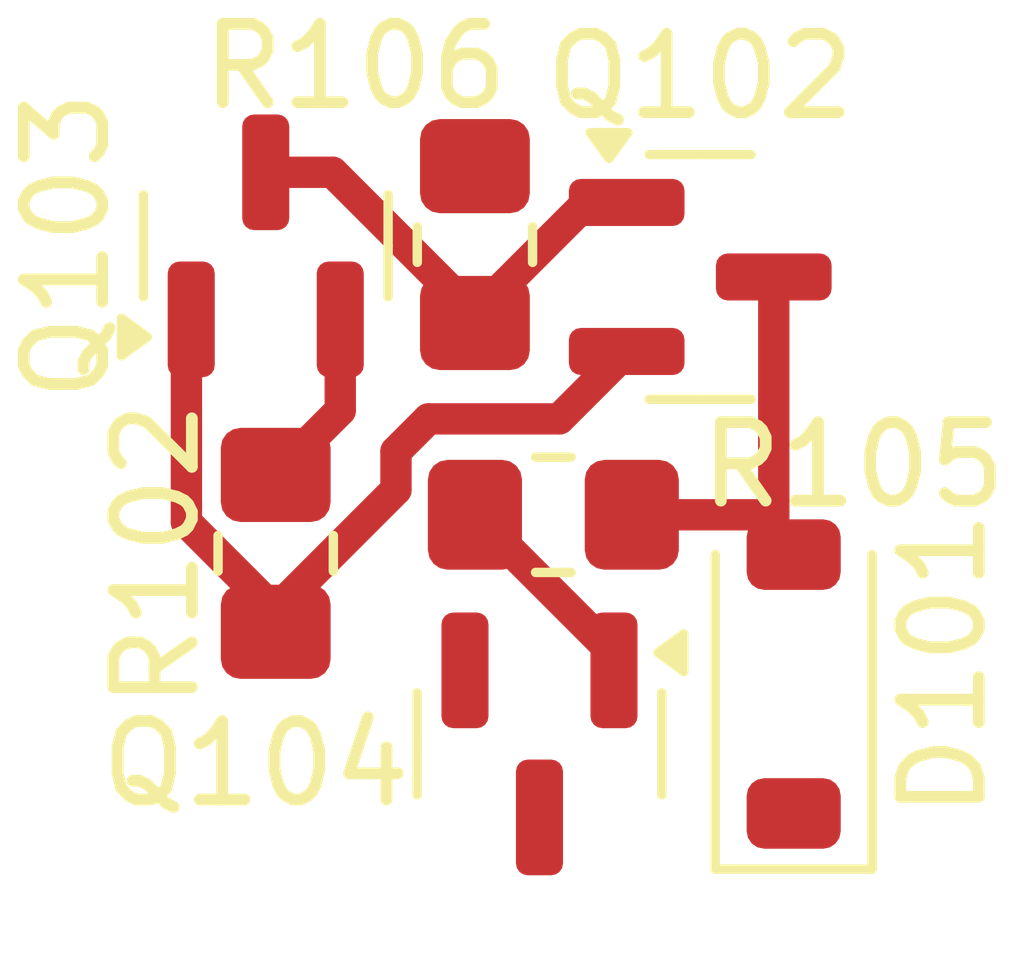
<source format=kicad_pcb>
(kicad_pcb (version 20240108) (generator "pcbnew") (generator_version "8.0")
  (layers (0 "F.Cu" signal) (31 "B.Cu" signal) (34 "B.Paste" user) (35 "F.Paste" user) (36 "B.SilkS" user "B.Silkscreen") (37 "F.SilkS" user "F.Silkscreen") (38 "B.Mask" user) (39 "F.Mask" user) (44 "Edge.Cuts" user))
  (net 0 "")
  (net 1 "/RC_CURR")
  (net 2 "/RC_SIGNAL")
  (net 3 "/_TST_RC_ON_OFF")
  (net 4 "/DCC1")
  (net 5 "/DCC0")
  (net 6 "/RAILCOM_DATA")
  (net 7 "/RC_DATA_IN")
  (net 8 "/+3V3")
  (net 9 "/GND")
  (footprint "Resistor_SMD:R_0805_2012Metric_Pad1.20x1.40mm_HandSolder" (layer "F.Cu") (at 147.955 64.5 90)
    (property "Reference" "R102" (at -0.016 -1.524 90) (layer "F.SilkS"))
    (property "Value" "20R")
    (fp_line (start -0.227064 -0.735) (end 0.227064 -0.735) (stroke (width 0.12)) (layer "F.SilkS"))
    (fp_line (start -0.227064 0.735) (end 0.227064 0.735) (stroke (width 0.12)) (layer "F.SilkS"))
    (pad "1" smd roundrect (at -1 0 90) (size 1.2 1.4) (layers "F.Cu" "F.Paste" "F.Mask") (roundrect_rratio 0.208333) (net 1 "/RC_CURR"))
    (pad "2" smd roundrect (at 1 0 90) (size 1.2 1.4) (layers "F.Cu" "F.Paste" "F.Mask") (roundrect_rratio 0.208333) (net 8 "/+3V3"))
  )
  (footprint "xDuinoRail:8x50_SOT-23" (layer "F.Cu") (at 147.828 60.579 90)
    (property "Reference" "Q103" (at 0 -2.54 90) (layer "F.SilkS"))
    (property "Value" "S8550")
    (fp_line (start 0 -1.56) (end 0.65 -1.56) (stroke (width 0.12)) (layer "F.SilkS"))
    (fp_line (start 0 -1.56) (end -0.65 -1.56) (stroke (width 0.12)) (layer "F.SilkS"))
    (fp_line (start 0 1.56) (end 0.65 1.56) (stroke (width 0.12)) (layer "F.SilkS"))
    (fp_line (start 0 1.56) (end -0.65 1.56) (stroke (width 0.12)) (layer "F.SilkS"))
    (fp_poly (pts (xy -1.1625 -1.51) (xy -1.4025 -1.84) (xy -0.9225 -1.84) (xy -1.1625 -1.51)) (stroke (width 0.12)) (fill solid) (layer "F.SilkS"))
    (pad "1" smd roundrect (at -0.9375 0.95 90) (size 1.475 0.6) (layers "F.Cu" "F.Paste" "F.Mask") (net 8 "/+3V3"))
    (pad "2" smd roundrect (at -0.9375 -0.95 90) (size 1.475 0.6) (layers "F.Cu" "F.Paste" "F.Mask") (net 1 "/RC_CURR"))
    (pad "3" smd roundrect (at 0.9375 0 90) (size 1.475 0.6) (layers "F.Cu" "F.Paste" "F.Mask") (net 7 "/RC_DATA_IN"))
  )
  (footprint "xDuinoRail:8x50_SOT-23" (layer "F.Cu") (at 153.3675 60.976)
    (property "Reference" "Q102" (at 0 -2.556 0) (layer "F.SilkS"))
    (property "Value" "S8550")
    (fp_line (start 0 -1.56) (end -0.65 -1.56) (stroke (width 0.12)) (layer "F.SilkS"))
    (fp_line (start 0 -1.56) (end 0.65 -1.56) (stroke (width 0.12)) (layer "F.SilkS"))
    (fp_line (start 0 1.56) (end -0.65 1.56) (stroke (width 0.12)) (layer "F.SilkS"))
    (fp_line (start 0 1.56) (end 0.65 1.56) (stroke (width 0.12)) (layer "F.SilkS"))
    (fp_poly (pts (xy -1.1625 -1.51) (xy -1.4025 -1.84) (xy -0.9225 -1.84) (xy -1.1625 -1.51)) (stroke (width 0.12)) (fill solid) (layer "F.SilkS"))
    (pad "1" smd roundrect (at -0.9375 0.95) (size 1.475 0.6) (layers "F.Cu" "F.Paste" "F.Mask") (net 1 "/RC_CURR"))
    (pad "2" smd roundrect (at -0.9375 -0.95) (size 1.475 0.6) (layers "F.Cu" "F.Paste" "F.Mask") (net 7 "/RC_DATA_IN"))
    (pad "3" smd roundrect (at 0.9375 0) (size 1.475 0.6) (layers "F.Cu" "F.Paste" "F.Mask") (net 2 "/RC_SIGNAL"))
  )
  (footprint "Resistor_SMD:R_0805_2012Metric_Pad1.20x1.40mm_HandSolder" (layer "F.Cu") (at 151.495 64.008 180)
    (property "Reference" "R105" (at -3.826 0.635 0) (layer "F.SilkS"))
    (property "Value" "10k")
    (fp_line (start -0.227064 0.735) (end 0.227064 0.735) (stroke (width 0.12)) (layer "F.SilkS"))
    (fp_line (start -0.227064 -0.735) (end 0.227064 -0.735) (stroke (width 0.12)) (layer "F.SilkS"))
    (pad "1" smd roundrect (at -1 0 180) (size 1.2 1.4) (layers "F.Cu" "F.Paste" "F.Mask") (roundrect_rratio 0.208333) (net 2 "/RC_SIGNAL"))
    (pad "2" smd roundrect (at 1 0 180) (size 1.2 1.4) (layers "F.Cu" "F.Paste" "F.Mask") (roundrect_rratio 0.208333) (net 3 "/_TST_RC_ON_OFF"))
  )
  (footprint "Resistor_SMD:R_0805_2012Metric_Pad1.20x1.40mm_HandSolder" (layer "F.Cu") (at 150.495 60.563 90)
    (property "Reference" "R106" (at 2.27 -1.524 0) (layer "F.SilkS"))
    (property "Value" "10k")
    (fp_line (start -0.227064 -0.735) (end 0.227064 -0.735) (stroke (width 0.12)) (layer "F.SilkS"))
    (fp_line (start -0.227064 0.735) (end 0.227064 0.735) (stroke (width 0.12)) (layer "F.SilkS"))
    (pad "1" smd roundrect (at -1 0 90) (size 1.2 1.4) (layers "F.Cu" "F.Paste" "F.Mask") (roundrect_rratio 0.208333) (net 7 "/RC_DATA_IN"))
    (pad "2" smd roundrect (at 1 0 90) (size 1.2 1.4) (layers "F.Cu" "F.Paste" "F.Mask") (roundrect_rratio 0.208333) (net 6 "/RAILCOM_DATA"))
  )
  (footprint "Diode_SMD:D_SOD-123" (layer "F.Cu") (at 154.559 66.166 90)
    (property "Reference" "D101" (at 0.253 1.905 90) (layer "F.SilkS"))
    (property "Value" "1N5819W")
    (fp_line (start -2.36 -1) (end 1.65 -1) (stroke (width 0.12)) (layer "F.SilkS"))
    (fp_line (start -2.36 -1) (end -2.36 1) (stroke (width 0.12)) (layer "F.SilkS"))
    (fp_line (start -2.36 1) (end 1.65 1) (stroke (width 0.12)) (layer "F.SilkS"))
    (pad "1" smd roundrect (at -1.65 0 90) (size 0.9 1.2) (layers "F.Cu" "F.Paste" "F.Mask") (net 5 "/DCC0"))
    (pad "2" smd roundrect (at 1.65 0 90) (size 0.9 1.2) (layers "F.Cu" "F.Paste" "F.Mask") (net 2 "/RC_SIGNAL"))
  )
  (footprint "xDuinoRail:8x50_SOT-23" (layer "F.Cu") (at 151.318 66.929 -90)
    (property "Reference" "Q104" (at 0.254 3.617 180) (layer "F.SilkS"))
    (property "Value" "S8050")
    (fp_line (start 0 1.56) (end -0.65 1.56) (stroke (width 0.12)) (layer "F.SilkS"))
    (fp_line (start 0 1.56) (end 0.65 1.56) (stroke (width 0.12)) (layer "F.SilkS"))
    (fp_line (start 0 -1.56) (end -0.65 -1.56) (stroke (width 0.12)) (layer "F.SilkS"))
    (fp_line (start 0 -1.56) (end 0.65 -1.56) (stroke (width 0.12)) (layer "F.SilkS"))
    (fp_poly (pts (xy -1.1625 -1.51) (xy -1.4025 -1.84) (xy -0.9225 -1.84) (xy -1.1625 -1.51)) (stroke (width 0.12)) (fill solid) (layer "F.SilkS"))
    (pad "1" smd roundrect (at -0.9375 0.95 270) (size 1.475 0.6) (layers "F.Cu" "F.Paste" "F.Mask") (net 9 "/GND"))
    (pad "2" smd roundrect (at -0.9375 -0.95 270) (size 1.475 0.6) (layers "F.Cu" "F.Paste" "F.Mask") (net 3 "/_TST_RC_ON_OFF"))
    (pad "3" smd roundrect (at 0.9375 0 270) (size 1.475 0.6) (layers "F.Cu" "F.Paste" "F.Mask") (net 4 "/DCC1"))
  )
  (segment (start 147.955 65.1445) (end 148.0334 65.1445) (width 0.4) (layer "F.Cu") (net 1))
  (segment (start 148.0334 65.1445) (end 149.4881 63.6898) (width 0.4) (layer "F.Cu") (net 1))
  (segment (start 151.5705 62.7855) (end 152.43 61.926) (width 0.4) (layer "F.Cu") (net 1))
  (segment (start 146.8166 64.103) (end 147.8581 65.1445) (width 0.4) (layer "F.Cu") (net 1))
  (segment (start 149.4881 63.6898) (end 149.4881 63.2004) (width 0.4) (layer "F.Cu") (net 1))
  (segment (start 147.8581 65.1445) (end 147.955 65.1445) (width 0.4) (layer "F.Cu") (net 1))
  (segment (start 147.955 65.5) (end 147.955 65.1445) (width 0.4) (layer "F.Cu") (net 1))
  (segment (start 146.8166 61.5779) (end 146.8166 64.103) (width 0.4) (layer "F.Cu") (net 1))
  (segment (start 146.878 61.5165) (end 146.8166 61.5779) (width 0.4) (layer "F.Cu") (net 1))
  (segment (start 149.903 62.7855) (end 151.5705 62.7855) (width 0.4) (layer "F.Cu") (net 1))
  (segment (start 149.4881 63.2004) (end 149.903 62.7855) (width 0.4) (layer "F.Cu") (net 1))
  (segment (start 154.305 64.008) (end 152.495 64.008) (width 0.4) (layer "F.Cu") (net 2))
  (segment (start 154.305 64.262) (end 154.305 64.008) (width 0.4) (layer "F.Cu") (net 2))
  (segment (start 154.305 60.976) (end 154.305 64.008) (width 0.4) (layer "F.Cu") (net 2))
  (segment (start 154.559 64.516) (end 154.305 64.262) (width 0.4) (layer "F.Cu") (net 2))
  (segment (start 152.268 65.781) (end 152.268 65.9915) (width 0.4) (layer "F.Cu") (net 3))
  (segment (start 150.495 64.008) (end 152.268 65.781) (width 0.4) (layer "F.Cu") (net 3))
  (segment (start 150.495 61.4555) (end 148.681 59.6415) (width 0.4) (layer "F.Cu") (net 7))
  (segment (start 150.495 61.563) (end 150.495 61.4555) (width 0.4) (layer "F.Cu") (net 7))
  (segment (start 151.9245 60.026) (end 152.43 60.026) (width 0.4) (layer "F.Cu") (net 7))
  (segment (start 148.681 59.6415) (end 147.828 59.6415) (width 0.4) (layer "F.Cu") (net 7))
  (segment (start 150.495 61.4555) (end 151.9245 60.026) (width 0.4) (layer "F.Cu") (net 7))
  (segment (start 147.955 63.5) (end 148.778 62.677) (width 0.4) (layer "F.Cu") (net 8))
  (segment (start 148.778 62.677) (end 148.778 61.5165) (width 0.4) (layer "F.Cu") (net 8))
)
</source>
